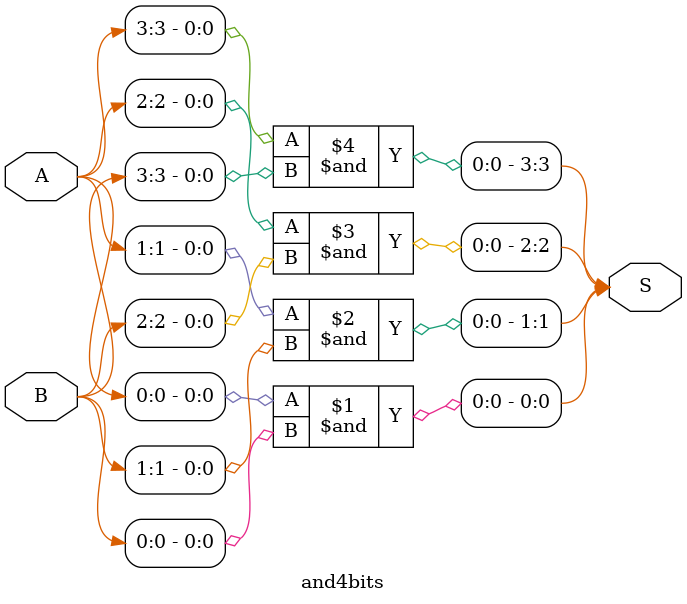
<source format=v>
module and4bits (S, A, B);

	input [3:0] A;
	input [3:0] B;
	output [3:0] S;

	and And0(S[0], A[0], B[0]);
	and And1(S[1], A[1], B[1]);
	and And2(S[2], A[2], B[2]);
	and And3(S[3], A[3], B[3]);
	
endmodule

</source>
